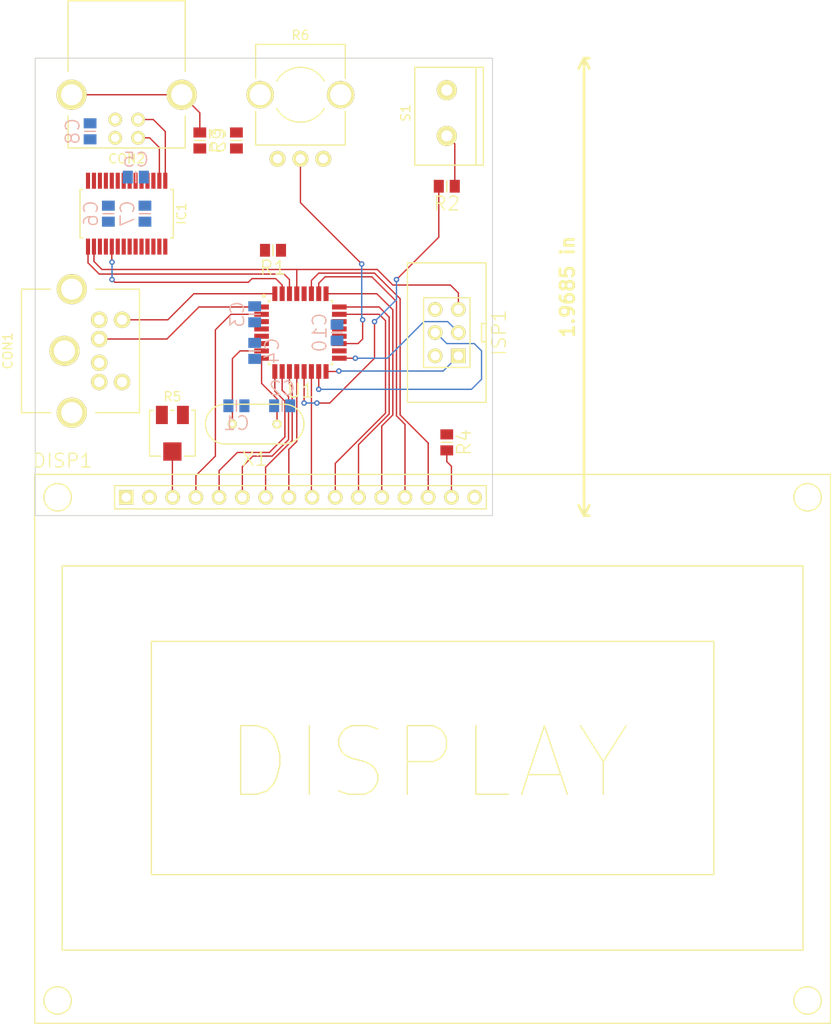
<source format=kicad_pcb>
(kicad_pcb (version 3) (host pcbnew "(2013-07-07 BZR 4022)-stable")

  (general
    (links 80)
    (no_connects 49)
    (area 89.949999 79.949999 140.050001 130.050001)
    (thickness 1.6)
    (drawings 5)
    (tracks 161)
    (zones 0)
    (modules 24)
    (nets 34)
  )

  (page A3)
  (layers
    (15 F.Cu signal)
    (0 B.Cu signal)
    (16 B.Adhes user)
    (17 F.Adhes user)
    (18 B.Paste user)
    (19 F.Paste user)
    (20 B.SilkS user)
    (21 F.SilkS user)
    (22 B.Mask user)
    (23 F.Mask user)
    (24 Dwgs.User user)
    (25 Cmts.User user)
    (26 Eco1.User user)
    (27 Eco2.User user)
    (28 Edge.Cuts user)
  )

  (setup
    (last_trace_width 0.15)
    (trace_clearance 0.15)
    (zone_clearance 0.508)
    (zone_45_only no)
    (trace_min 0.15)
    (segment_width 0.2)
    (edge_width 0.1)
    (via_size 0.6)
    (via_drill 0.3)
    (via_min_size 0.6)
    (via_min_drill 0.3)
    (uvia_size 2)
    (uvia_drill 1)
    (uvias_allowed no)
    (uvia_min_size 2)
    (uvia_min_drill 1)
    (pcb_text_width 0.3)
    (pcb_text_size 1.5 1.5)
    (mod_edge_width 0.15)
    (mod_text_size 1 1)
    (mod_text_width 0.15)
    (pad_size 2 2)
    (pad_drill 0)
    (pad_to_mask_clearance 0)
    (aux_axis_origin 0 0)
    (visible_elements 7FFFFF3F)
    (pcbplotparams
      (layerselection 3178497)
      (usegerberextensions true)
      (excludeedgelayer true)
      (linewidth 0.150000)
      (plotframeref false)
      (viasonmask false)
      (mode 1)
      (useauxorigin false)
      (hpglpennumber 1)
      (hpglpenspeed 20)
      (hpglpendiameter 15)
      (hpglpenoverlay 2)
      (psnegative false)
      (psa4output false)
      (plotreference true)
      (plotvalue true)
      (plotothertext true)
      (plotinvisibletext false)
      (padsonsilk false)
      (subtractmaskfromsilk false)
      (outputformat 1)
      (mirror false)
      (drillshape 1)
      (scaleselection 1)
      (outputdirectory ""))
  )

  (net 0 "")
  (net 1 +5V)
  (net 2 GND)
  (net 3 LCD_D0)
  (net 4 LCD_D1)
  (net 5 LCD_D2)
  (net 6 LCD_D3)
  (net 7 LCD_D4)
  (net 8 LCD_D5)
  (net 9 LCD_D6)
  (net 10 LCD_D7)
  (net 11 LCD_E)
  (net 12 LCD_RS)
  (net 13 LCD_RW)
  (net 14 MISO)
  (net 15 MOSI)
  (net 16 N-0000010)
  (net 17 N-0000011)
  (net 18 N-0000012)
  (net 19 N-0000014)
  (net 20 N-0000018)
  (net 21 N-0000020)
  (net 22 N-000003)
  (net 23 N-0000030)
  (net 24 N-0000031)
  (net 25 N-0000038)
  (net 26 N-0000039)
  (net 27 N-000004)
  (net 28 N-000005)
  (net 29 N-000006)
  (net 30 RESET)
  (net 31 SCK)
  (net 32 USB_RX)
  (net 33 USB_TX)

  (net_class Default "This is the default net class."
    (clearance 0.15)
    (trace_width 0.15)
    (via_dia 0.6)
    (via_drill 0.3)
    (uvia_dia 2)
    (uvia_drill 1)
    (add_net "")
    (add_net +5V)
    (add_net GND)
    (add_net LCD_D0)
    (add_net LCD_D1)
    (add_net LCD_D2)
    (add_net LCD_D3)
    (add_net LCD_D4)
    (add_net LCD_D5)
    (add_net LCD_D6)
    (add_net LCD_D7)
    (add_net LCD_E)
    (add_net LCD_RS)
    (add_net LCD_RW)
    (add_net MISO)
    (add_net MOSI)
    (add_net N-0000010)
    (add_net N-0000011)
    (add_net N-0000012)
    (add_net N-0000014)
    (add_net N-0000018)
    (add_net N-0000020)
    (add_net N-000003)
    (add_net N-0000030)
    (add_net N-0000031)
    (add_net N-0000038)
    (add_net N-0000039)
    (add_net N-000004)
    (add_net N-000005)
    (add_net N-000006)
    (add_net RESET)
    (add_net SCK)
    (add_net USB_RX)
    (add_net USB_TX)
  )

  (module 0805 (layer B.Cu) (tedit 52503923) (tstamp 52532414)
    (at 112 118 180)
    (path /524AF5BC)
    (fp_text reference C1 (at 0 -1.9 180) (layer B.SilkS)
      (effects (font (size 1.5 1.5) (thickness 0.15)) (justify mirror))
    )
    (fp_text value CAPACITOR (at 0.1 1.7 180) (layer B.SilkS) hide
      (effects (font (size 1.5 1.5) (thickness 0.15)) (justify mirror))
    )
    (fp_line (start 0 0.6) (end 0 -0.6) (layer B.SilkS) (width 0.15))
    (pad 1 smd rect (at -0.875 0 180) (size 1.1 1.4)
      (layers B.Cu B.Paste B.Mask)
      (net 2 GND)
    )
    (pad 2 smd rect (at 0.875 0 180) (size 1.1 1.4)
      (layers B.Cu B.Paste B.Mask)
      (net 25 N-0000038)
    )
  )

  (module 0805 (layer B.Cu) (tedit 52503923) (tstamp 5253241B)
    (at 117 118)
    (path /524AF5A4)
    (fp_text reference C2 (at 0 -1.9) (layer B.SilkS)
      (effects (font (size 1.5 1.5) (thickness 0.15)) (justify mirror))
    )
    (fp_text value CAPACITOR (at 0.1 1.7) (layer B.SilkS) hide
      (effects (font (size 1.5 1.5) (thickness 0.15)) (justify mirror))
    )
    (fp_line (start 0 0.6) (end 0 -0.6) (layer B.SilkS) (width 0.15))
    (pad 1 smd rect (at -0.875 0) (size 1.1 1.4)
      (layers B.Cu B.Paste B.Mask)
      (net 2 GND)
    )
    (pad 2 smd rect (at 0.875 0) (size 1.1 1.4)
      (layers B.Cu B.Paste B.Mask)
      (net 26 N-0000039)
    )
  )

  (module 0805 (layer B.Cu) (tedit 52503923) (tstamp 52532422)
    (at 114 108 90)
    (path /524AF79A)
    (fp_text reference C3 (at 0 -1.9 90) (layer B.SilkS)
      (effects (font (size 1.5 1.5) (thickness 0.15)) (justify mirror))
    )
    (fp_text value CAPACITOR (at 0.1 1.7 90) (layer B.SilkS) hide
      (effects (font (size 1.5 1.5) (thickness 0.15)) (justify mirror))
    )
    (fp_line (start 0 0.6) (end 0 -0.6) (layer B.SilkS) (width 0.15))
    (pad 1 smd rect (at -0.875 0 90) (size 1.1 1.4)
      (layers B.Cu B.Paste B.Mask)
      (net 1 +5V)
    )
    (pad 2 smd rect (at 0.875 0 90) (size 1.1 1.4)
      (layers B.Cu B.Paste B.Mask)
      (net 2 GND)
    )
  )

  (module 0805 (layer B.Cu) (tedit 52503923) (tstamp 52532429)
    (at 114 112 270)
    (path /524AF7F0)
    (fp_text reference C4 (at 0 -1.9 270) (layer B.SilkS)
      (effects (font (size 1.5 1.5) (thickness 0.15)) (justify mirror))
    )
    (fp_text value CAPACITOR (at 0.1 1.7 270) (layer B.SilkS) hide
      (effects (font (size 1.5 1.5) (thickness 0.15)) (justify mirror))
    )
    (fp_line (start 0 0.6) (end 0 -0.6) (layer B.SilkS) (width 0.15))
    (pad 1 smd rect (at -0.875 0 270) (size 1.1 1.4)
      (layers B.Cu B.Paste B.Mask)
      (net 1 +5V)
    )
    (pad 2 smd rect (at 0.875 0 270) (size 1.1 1.4)
      (layers B.Cu B.Paste B.Mask)
      (net 2 GND)
    )
  )

  (module 0805 (layer B.Cu) (tedit 52503923) (tstamp 52532430)
    (at 101 93)
    (path /524FF775)
    (fp_text reference C5 (at 0 -1.9) (layer B.SilkS)
      (effects (font (size 1.5 1.5) (thickness 0.15)) (justify mirror))
    )
    (fp_text value CAPACITOR (at 0.1 1.7) (layer B.SilkS) hide
      (effects (font (size 1.5 1.5) (thickness 0.15)) (justify mirror))
    )
    (fp_line (start 0 0.6) (end 0 -0.6) (layer B.SilkS) (width 0.15))
    (pad 1 smd rect (at -0.875 0) (size 1.1 1.4)
      (layers B.Cu B.Paste B.Mask)
      (net 2 GND)
    )
    (pad 2 smd rect (at 0.875 0) (size 1.1 1.4)
      (layers B.Cu B.Paste B.Mask)
      (net 22 N-000003)
    )
  )

  (module 0805 (layer B.Cu) (tedit 52503923) (tstamp 52532437)
    (at 98 97 90)
    (path /524FFCC2)
    (fp_text reference C6 (at 0 -1.9 90) (layer B.SilkS)
      (effects (font (size 1.5 1.5) (thickness 0.15)) (justify mirror))
    )
    (fp_text value CAPACITOR (at 0.1 1.7 90) (layer B.SilkS) hide
      (effects (font (size 1.5 1.5) (thickness 0.15)) (justify mirror))
    )
    (fp_line (start 0 0.6) (end 0 -0.6) (layer B.SilkS) (width 0.15))
    (pad 1 smd rect (at -0.875 0 90) (size 1.1 1.4)
      (layers B.Cu B.Paste B.Mask)
      (net 1 +5V)
    )
    (pad 2 smd rect (at 0.875 0 90) (size 1.1 1.4)
      (layers B.Cu B.Paste B.Mask)
      (net 2 GND)
    )
  )

  (module 0805 (layer B.Cu) (tedit 52503923) (tstamp 5253243E)
    (at 102 97 90)
    (path /524FFCF9)
    (fp_text reference C7 (at 0 -1.9 90) (layer B.SilkS)
      (effects (font (size 1.5 1.5) (thickness 0.15)) (justify mirror))
    )
    (fp_text value CAPACITOR (at 0.1 1.7 90) (layer B.SilkS) hide
      (effects (font (size 1.5 1.5) (thickness 0.15)) (justify mirror))
    )
    (fp_line (start 0 0.6) (end 0 -0.6) (layer B.SilkS) (width 0.15))
    (pad 1 smd rect (at -0.875 0 90) (size 1.1 1.4)
      (layers B.Cu B.Paste B.Mask)
      (net 1 +5V)
    )
    (pad 2 smd rect (at 0.875 0 90) (size 1.1 1.4)
      (layers B.Cu B.Paste B.Mask)
      (net 2 GND)
    )
  )

  (module 0805 (layer B.Cu) (tedit 52503923) (tstamp 52532445)
    (at 96 88 90)
    (path /52500268)
    (fp_text reference C8 (at 0 -1.9 90) (layer B.SilkS)
      (effects (font (size 1.5 1.5) (thickness 0.15)) (justify mirror))
    )
    (fp_text value CAPACITOR (at 0.1 1.7 90) (layer B.SilkS) hide
      (effects (font (size 1.5 1.5) (thickness 0.15)) (justify mirror))
    )
    (fp_line (start 0 0.6) (end 0 -0.6) (layer B.SilkS) (width 0.15))
    (pad 1 smd rect (at -0.875 0 90) (size 1.1 1.4)
      (layers B.Cu B.Paste B.Mask)
      (net 1 +5V)
    )
    (pad 2 smd rect (at 0.875 0 90) (size 1.1 1.4)
      (layers B.Cu B.Paste B.Mask)
      (net 2 GND)
    )
  )

  (module 0805 (layer F.Cu) (tedit 52503923) (tstamp 5253244C)
    (at 112 89 270)
    (path /52500491)
    (fp_text reference C9 (at 0 1.9 270) (layer F.SilkS)
      (effects (font (size 1.5 1.5) (thickness 0.15)))
    )
    (fp_text value CAPACITOR (at 0.1 -1.7 270) (layer F.SilkS) hide
      (effects (font (size 1.5 1.5) (thickness 0.15)))
    )
    (fp_line (start 0 -0.6) (end 0 0.6) (layer F.SilkS) (width 0.15))
    (pad 1 smd rect (at -0.875 0 270) (size 1.1 1.4)
      (layers F.Cu F.Paste F.Mask)
      (net 24 N-0000031)
    )
    (pad 2 smd rect (at 0.875 0 270) (size 1.1 1.4)
      (layers F.Cu F.Paste F.Mask)
      (net 2 GND)
    )
  )

  (module PS2_JACK (layer F.Cu) (tedit 52503119) (tstamp 5253245F)
    (at 94 112 90)
    (descr "Reichelt: EB-DIOS M06")
    (path /524AF2F8)
    (fp_text reference CON1 (at 0 -7 90) (layer F.SilkS)
      (effects (font (size 1 1) (thickness 0.15)))
    )
    (fp_text value PS/2_JACK (at -5 9 90) (layer F.SilkS) hide
      (effects (font (size 1 1) (thickness 0.15)))
    )
    (fp_line (start 6.75 7.4) (end 6.75 2.6) (layer F.SilkS) (width 0.15))
    (fp_line (start -6.75 7.4) (end -6.75 2.6) (layer F.SilkS) (width 0.15))
    (fp_line (start -6.75 7.4) (end 6.75 7.4) (layer F.SilkS) (width 0.15))
    (fp_line (start 6.75 -5.5) (end 6.75 -2.3) (layer F.SilkS) (width 0.15))
    (fp_line (start -6.75 -5.5) (end -6.75 -2.3) (layer F.SilkS) (width 0.15))
    (fp_line (start -6.75 -5.5) (end 6.75 -5.5) (layer F.SilkS) (width 0.15))
    (pad 7 thru_hole circle (at -6.75 0 90) (size 3.3 3.3) (drill 2.3)
      (layers *.Cu *.Mask F.SilkS)
    )
    (pad 7 thru_hole circle (at 6.75 0 90) (size 3.3 3.3) (drill 2.3)
      (layers *.Cu *.Mask F.SilkS)
    )
    (pad 7 thru_hole circle (at 0 -0.8 90) (size 3.3 3.3) (drill 2.3)
      (layers *.Cu *.Mask F.SilkS)
    )
    (pad 1 thru_hole circle (at 1.3 3 90) (size 1.8 1.8) (drill 1.1)
      (layers *.Cu *.Mask F.SilkS)
      (net 18 N-0000012)
    )
    (pad 2 thru_hole circle (at -1.3 3 90) (size 1.8 1.8) (drill 1.1)
      (layers *.Cu *.Mask F.SilkS)
    )
    (pad 3 thru_hole circle (at 3.4 3 90) (size 1.8 1.8) (drill 1.1)
      (layers *.Cu *.Mask F.SilkS)
      (net 2 GND)
    )
    (pad 4 thru_hole circle (at -3.4 3 90) (size 1.8 1.8) (drill 1.1)
      (layers *.Cu *.Mask F.SilkS)
      (net 1 +5V)
    )
    (pad 5 thru_hole circle (at 3.4 5.5 90) (size 1.8 1.8) (drill 1.1)
      (layers *.Cu *.Mask F.SilkS)
      (net 16 N-0000010)
    )
    (pad 6 thru_hole circle (at -3.4 5.5 90) (size 1.8 1.8) (drill 1.1)
      (layers *.Cu *.Mask F.SilkS)
    )
  )

  (module USB_B (layer F.Cu) (tedit 5250322D) (tstamp 5253246F)
    (at 100 84 180)
    (descr "Reichelt: USB BW")
    (path /52500091)
    (fp_text reference CON2 (at 0 -7 180) (layer F.SilkS)
      (effects (font (size 1 1) (thickness 0.15)))
    )
    (fp_text value USB_JACK (at 0 12 180) (layer F.SilkS) hide
      (effects (font (size 1 1) (thickness 0.15)))
    )
    (fp_line (start -6.4 -2.328) (end -6.4 -5.82) (layer F.SilkS) (width 0.15))
    (fp_line (start -6.4 -5.82) (end 6.4 -5.82) (layer F.SilkS) (width 0.15))
    (fp_line (start 6.4 -5.82) (end 6.4 -2.328) (layer F.SilkS) (width 0.15))
    (fp_line (start 6.4 2.57) (end 6.4 10.28) (layer F.SilkS) (width 0.15))
    (fp_line (start -6.4 10.28) (end -6.4 2.57) (layer F.SilkS) (width 0.15))
    (fp_line (start -6.4 10.28) (end 6.4 10.28) (layer F.SilkS) (width 0.15))
    (pad 5 thru_hole circle (at -6.02 0 180) (size 3.3 3.3) (drill 2.3)
      (layers *.Cu *.Mask F.SilkS)
      (net 24 N-0000031)
    )
    (pad 5 thru_hole circle (at 6.02 0 180) (size 3.3 3.3) (drill 2.3)
      (layers *.Cu *.Mask F.SilkS)
      (net 24 N-0000031)
    )
    (pad 3 thru_hole circle (at -1.25 -2.71 180) (size 1.5 1.5) (drill 0.92)
      (layers *.Cu *.Mask F.SilkS)
      (net 28 N-000005)
    )
    (pad 4 thru_hole circle (at 1.25 -2.71 180) (size 1.5 1.5) (drill 0.92)
      (layers *.Cu *.Mask F.SilkS)
      (net 2 GND)
    )
    (pad 2 thru_hole circle (at -1.25 -4.71 180) (size 1.5 1.5) (drill 0.92)
      (layers *.Cu *.Mask F.SilkS)
      (net 27 N-000004)
    )
    (pad 1 thru_hole circle (at 1.25 -4.71 180) (size 1.5 1.5) (drill 0.92)
      (layers *.Cu *.Mask F.SilkS)
      (net 1 +5V)
    )
  )

  (module LCD_TEXT_16x4 (layer F.Cu) (tedit 5252EE53) (tstamp 5253249A)
    (at 119 128)
    (path /52500CC1)
    (fp_text reference DISP1 (at -26 -4) (layer F.SilkS)
      (effects (font (size 1.5 1.5) (thickness 0.15)))
    )
    (fp_text value 16_2_LCD_DISP (at 55 -4) (layer F.SilkS) hide
      (effects (font (size 1.5 1.5) (thickness 0.15)))
    )
    (fp_text user DISPLAY (at 14 29) (layer F.SilkS)
      (effects (font (size 7.5 7.5) (thickness 0.15)))
    )
    (fp_line (start -16.3 15.75) (end -16.3 41.25) (layer F.SilkS) (width 0.15))
    (fp_line (start -16.3 41.25) (end 45.2 41.25) (layer F.SilkS) (width 0.15))
    (fp_line (start 45.2 41.25) (end 45.2 15.75) (layer F.SilkS) (width 0.15))
    (fp_line (start 45.2 15.75) (end -16.3 15.75) (layer F.SilkS) (width 0.15))
    (fp_line (start -26.05 7.5) (end -26.05 49.5) (layer F.SilkS) (width 0.15))
    (fp_line (start -26.05 49.5) (end 54.95 49.5) (layer F.SilkS) (width 0.15))
    (fp_line (start 54.95 49.5) (end 54.95 7.5) (layer F.SilkS) (width 0.15))
    (fp_line (start 54.95 7.5) (end -26.05 7.5) (layer F.SilkS) (width 0.15))
    (fp_circle (center -26.55 55) (end -26.55 56.5) (layer F.SilkS) (width 0.15))
    (fp_circle (center 55.45 55) (end 56.95 55) (layer F.SilkS) (width 0.15))
    (fp_circle (center 55.45 0) (end 56.95 0) (layer F.SilkS) (width 0.15))
    (fp_circle (center -26.55 0) (end -25.05 -0.05) (layer F.SilkS) (width 0.15))
    (fp_line (start -29.05 -2.5) (end -29.05 57.5) (layer F.SilkS) (width 0.15))
    (fp_line (start -29.05 57.5) (end 57.95 57.5) (layer F.SilkS) (width 0.15))
    (fp_line (start 57.95 57.5) (end 57.95 -2.5) (layer F.SilkS) (width 0.15))
    (fp_line (start -29.05 -2.5) (end 57.95 -2.5) (layer F.SilkS) (width 0.15))
    (fp_line (start 20.32 1.27) (end 17.78 1.27) (layer F.SilkS) (width 0.15))
    (fp_line (start 17.78 -1.27) (end 20.32 -1.27) (layer F.SilkS) (width 0.15))
    (fp_line (start 17.78 1.27) (end -20.32 1.27) (layer F.SilkS) (width 0.15))
    (fp_line (start -20.32 -1.27) (end 17.78 -1.27) (layer F.SilkS) (width 0.15))
    (fp_line (start 20.32 -1.27) (end 20.32 1.27) (layer F.SilkS) (width 0.15))
    (fp_line (start -20.32 1.27) (end -20.32 -1.27) (layer F.SilkS) (width 0.15))
    (pad 1 thru_hole rect (at -19.05 0) (size 1.6 1.6) (drill 1)
      (layers *.Cu *.Mask F.SilkS)
      (net 2 GND)
    )
    (pad 3 thru_hole circle (at -13.97 0) (size 1.6 1.6) (drill 1)
      (layers *.Cu *.Mask F.SilkS)
      (net 19 N-0000014)
    )
    (pad 2 thru_hole circle (at -16.51 0) (size 1.6 1.6) (drill 1)
      (layers *.Cu *.Mask F.SilkS)
      (net 1 +5V)
    )
    (pad 4 thru_hole circle (at -11.43 0) (size 1.6 1.6) (drill 1)
      (layers *.Cu *.Mask F.SilkS)
      (net 12 LCD_RS)
    )
    (pad 5 thru_hole circle (at -8.89 0) (size 1.6 1.6) (drill 1)
      (layers *.Cu *.Mask F.SilkS)
      (net 13 LCD_RW)
    )
    (pad 6 thru_hole circle (at -6.35 0) (size 1.6 1.6) (drill 1)
      (layers *.Cu *.Mask F.SilkS)
      (net 11 LCD_E)
    )
    (pad 7 thru_hole circle (at -3.81 0) (size 1.6 1.6) (drill 1)
      (layers *.Cu *.Mask F.SilkS)
      (net 3 LCD_D0)
    )
    (pad 8 thru_hole circle (at -1.27 0) (size 1.6 1.6) (drill 1)
      (layers *.Cu *.Mask F.SilkS)
      (net 4 LCD_D1)
    )
    (pad 9 thru_hole circle (at 1.27 0) (size 1.6 1.6) (drill 1)
      (layers *.Cu *.Mask F.SilkS)
      (net 5 LCD_D2)
    )
    (pad 10 thru_hole circle (at 3.81 0) (size 1.6 1.6) (drill 1)
      (layers *.Cu *.Mask F.SilkS)
      (net 6 LCD_D3)
    )
    (pad 11 thru_hole circle (at 6.35 0) (size 1.6 1.6) (drill 1)
      (layers *.Cu *.Mask F.SilkS)
      (net 7 LCD_D4)
    )
    (pad 12 thru_hole circle (at 8.89 0) (size 1.6 1.6) (drill 1)
      (layers *.Cu *.Mask F.SilkS)
      (net 8 LCD_D5)
    )
    (pad 13 thru_hole circle (at 11.43 0) (size 1.6 1.6) (drill 1)
      (layers *.Cu *.Mask F.SilkS)
      (net 9 LCD_D6)
    )
    (pad 14 thru_hole circle (at 13.97 0) (size 1.6 1.6) (drill 1)
      (layers *.Cu *.Mask F.SilkS)
      (net 10 LCD_D7)
    )
    (pad 15 thru_hole circle (at 16.51 0) (size 1.6 1.6) (drill 1)
      (layers *.Cu *.Mask F.SilkS)
      (net 23 N-0000030)
    )
    (pad 16 thru_hole circle (at 19.05 0) (size 1.6 1.6) (drill 1)
      (layers *.Cu *.Mask F.SilkS)
      (net 2 GND)
    )
  )

  (module SSOP-28 (layer F.Cu) (tedit 525013A8) (tstamp 525324C0)
    (at 100 97 90)
    (path /524FF513)
    (fp_text reference IC1 (at 0 6 90) (layer F.SilkS)
      (effects (font (size 1 1) (thickness 0.15)))
    )
    (fp_text value FT232RL (at 0 -5.7 90) (layer F.SilkS) hide
      (effects (font (size 1 1) (thickness 0.15)))
    )
    (fp_line (start 2.65 5.1) (end 2.65 4.8) (layer F.SilkS) (width 0.15))
    (fp_line (start -2.65 5.1) (end -2.65 4.8) (layer F.SilkS) (width 0.15))
    (fp_line (start 2.65 -5.1) (end 2.65 -4.8) (layer F.SilkS) (width 0.15))
    (fp_line (start -2.65 -5.1) (end -2.65 -4.8) (layer F.SilkS) (width 0.15))
    (fp_line (start -2.65 5.1) (end 2.65 5.1) (layer F.SilkS) (width 0.15))
    (fp_line (start -2.65 -5.1) (end 2.65 -5.1) (layer F.SilkS) (width 0.15))
    (pad 7 smd rect (at -3.6 -0.325 90) (size 1.75 0.45)
      (layers F.Cu F.Paste F.Mask)
      (net 2 GND)
    )
    (pad 8 smd rect (at -3.6 0.325 90) (size 1.75 0.45)
      (layers F.Cu F.Paste F.Mask)
    )
    (pad 9 smd rect (at -3.6 0.975 90) (size 1.75 0.45)
      (layers F.Cu F.Paste F.Mask)
    )
    (pad 10 smd rect (at -3.6 1.625 90) (size 1.75 0.45)
      (layers F.Cu F.Paste F.Mask)
    )
    (pad 11 smd rect (at -3.6 2.275 90) (size 1.75 0.45)
      (layers F.Cu F.Paste F.Mask)
    )
    (pad 12 smd rect (at -3.6 2.925 90) (size 1.75 0.45)
      (layers F.Cu F.Paste F.Mask)
    )
    (pad 13 smd rect (at -3.6 3.575 90) (size 1.75 0.45)
      (layers F.Cu F.Paste F.Mask)
    )
    (pad 14 smd rect (at -3.6 4.225 90) (size 1.75 0.45)
      (layers F.Cu F.Paste F.Mask)
    )
    (pad 6 smd rect (at -3.6 -0.975 90) (size 1.75 0.45)
      (layers F.Cu F.Paste F.Mask)
    )
    (pad 5 smd rect (at -3.6 -1.625 90) (size 1.75 0.45)
      (layers F.Cu F.Paste F.Mask)
      (net 32 USB_RX)
    )
    (pad 4 smd rect (at -3.6 -2.275 90) (size 1.75 0.45)
      (layers F.Cu F.Paste F.Mask)
      (net 1 +5V)
    )
    (pad 3 smd rect (at -3.6 -2.925 90) (size 1.75 0.45)
      (layers F.Cu F.Paste F.Mask)
    )
    (pad 2 smd rect (at -3.6 -3.575 90) (size 1.75 0.45)
      (layers F.Cu F.Paste F.Mask)
      (net 30 RESET)
    )
    (pad 1 smd rect (at -3.6 -4.225 90) (size 1.75 0.45)
      (layers F.Cu F.Paste F.Mask)
      (net 33 USB_TX)
    )
    (pad 15 smd rect (at 3.6 4.225 90) (size 1.75 0.45)
      (layers F.Cu F.Paste F.Mask)
      (net 28 N-000005)
    )
    (pad 16 smd rect (at 3.6 3.575 90) (size 1.75 0.45)
      (layers F.Cu F.Paste F.Mask)
      (net 27 N-000004)
    )
    (pad 17 smd rect (at 3.6 2.925 90) (size 1.75 0.45)
      (layers F.Cu F.Paste F.Mask)
      (net 22 N-000003)
    )
    (pad 18 smd rect (at 3.6 2.275 90) (size 1.75 0.45)
      (layers F.Cu F.Paste F.Mask)
      (net 2 GND)
    )
    (pad 19 smd rect (at 3.6 1.625 90) (size 1.75 0.45)
      (layers F.Cu F.Paste F.Mask)
    )
    (pad 20 smd rect (at 3.6 0.975 90) (size 1.75 0.45)
      (layers F.Cu F.Paste F.Mask)
      (net 1 +5V)
    )
    (pad 21 smd rect (at 3.6 0.325 90) (size 1.75 0.45)
      (layers F.Cu F.Paste F.Mask)
      (net 2 GND)
    )
    (pad 22 smd rect (at 3.6 -0.325 90) (size 1.75 0.45)
      (layers F.Cu F.Paste F.Mask)
    )
    (pad 23 smd rect (at 3.6 -0.975 90) (size 1.75 0.45)
      (layers F.Cu F.Paste F.Mask)
    )
    (pad 24 smd rect (at 3.6 -1.625 90) (size 1.75 0.45)
      (layers F.Cu F.Paste F.Mask)
    )
    (pad 25 smd rect (at 3.6 -2.275 90) (size 1.75 0.45)
      (layers F.Cu F.Paste F.Mask)
      (net 2 GND)
    )
    (pad 26 smd rect (at 3.6 -2.925 90) (size 1.75 0.45)
      (layers F.Cu F.Paste F.Mask)
      (net 2 GND)
    )
    (pad 27 smd rect (at 3.6 -3.575 90) (size 1.75 0.45)
      (layers F.Cu F.Paste F.Mask)
    )
    (pad 28 smd rect (at 3.6 -4.225 90) (size 1.75 0.45)
      (layers F.Cu F.Paste F.Mask)
    )
  )

  (module PinArray_2.54mm_3x2_BOX (layer F.Cu) (tedit 522BB38B) (tstamp 525324D5)
    (at 135 110 90)
    (path /524AF962)
    (fp_text reference ISP1 (at 0 5.715 90) (layer F.SilkS)
      (effects (font (size 1.5 1.5) (thickness 0.15)))
    )
    (fp_text value AVR_ISP_6 (at 0 -5.715 90) (layer F.SilkS) hide
      (effects (font (size 1.5 1.5) (thickness 0.15)))
    )
    (fp_line (start -1 4.3) (end -1 3.8) (layer F.SilkS) (width 0.15))
    (fp_line (start -1 3.8) (end 1 3.8) (layer F.SilkS) (width 0.15))
    (fp_line (start 1 3.8) (end 1 4.3) (layer F.SilkS) (width 0.15))
    (fp_line (start -7.62 4.3) (end -7.62 -4.3) (layer F.SilkS) (width 0.15))
    (fp_line (start -7.62 -4.3) (end 7.62 -4.3) (layer F.SilkS) (width 0.15))
    (fp_line (start 7.62 -4.3) (end 7.62 4.3) (layer F.SilkS) (width 0.15))
    (fp_line (start 7.62 4.3) (end -7.62 4.3) (layer F.SilkS) (width 0.15))
    (fp_line (start 3.81 2.54) (end -3.81 2.54) (layer F.SilkS) (width 0.15))
    (fp_line (start -3.81 -2.54) (end 3.81 -2.54) (layer F.SilkS) (width 0.15))
    (fp_line (start 3.81 -2.54) (end 3.81 2.54) (layer F.SilkS) (width 0.15))
    (fp_line (start -3.81 -2.54) (end -3.81 2.54) (layer F.SilkS) (width 0.15))
    (pad 1 thru_hole rect (at -2.54 1.27 90) (size 1.6 1.6) (drill 1)
      (layers *.Cu *.Mask F.SilkS)
      (net 14 MISO)
    )
    (pad 2 thru_hole circle (at -2.54 -1.27 90) (size 1.6 1.6) (drill 1)
      (layers *.Cu *.Mask F.SilkS)
      (net 1 +5V)
    )
    (pad 3 thru_hole circle (at 0 1.27 90) (size 1.6 1.6) (drill 1)
      (layers *.Cu *.Mask F.SilkS)
      (net 31 SCK)
    )
    (pad 4 thru_hole circle (at 0 -1.27 90) (size 1.6 1.6) (drill 1)
      (layers *.Cu *.Mask F.SilkS)
      (net 15 MOSI)
    )
    (pad 5 thru_hole circle (at 2.54 1.27 90) (size 1.6 1.6) (drill 1)
      (layers *.Cu *.Mask F.SilkS)
      (net 30 RESET)
    )
    (pad 6 thru_hole circle (at 2.54 -1.27 90) (size 1.6 1.6) (drill 1)
      (layers *.Cu *.Mask F.SilkS)
      (net 2 GND)
    )
  )

  (module 0805 (layer F.Cu) (tedit 52503923) (tstamp 525324DC)
    (at 116 101)
    (path /524AF4B8)
    (fp_text reference R1 (at 0 1.9) (layer F.SilkS)
      (effects (font (size 1.5 1.5) (thickness 0.15)))
    )
    (fp_text value RESISTOR (at 0.1 -1.7) (layer F.SilkS) hide
      (effects (font (size 1.5 1.5) (thickness 0.15)))
    )
    (fp_line (start 0 -0.6) (end 0 0.6) (layer F.SilkS) (width 0.15))
    (pad 1 smd rect (at -0.875 0) (size 1.1 1.4)
      (layers F.Cu F.Paste F.Mask)
      (net 1 +5V)
    )
    (pad 2 smd rect (at 0.875 0) (size 1.1 1.4)
      (layers F.Cu F.Paste F.Mask)
      (net 30 RESET)
    )
  )

  (module 0805 (layer F.Cu) (tedit 52503923) (tstamp 525324E3)
    (at 135 94)
    (path /524D51DA)
    (fp_text reference R2 (at 0 1.9) (layer F.SilkS)
      (effects (font (size 1.5 1.5) (thickness 0.15)))
    )
    (fp_text value RESISTOR (at 0.1 -1.7) (layer F.SilkS) hide
      (effects (font (size 1.5 1.5) (thickness 0.15)))
    )
    (fp_line (start 0 -0.6) (end 0 0.6) (layer F.SilkS) (width 0.15))
    (pad 1 smd rect (at -0.875 0) (size 1.1 1.4)
      (layers F.Cu F.Paste F.Mask)
      (net 29 N-000006)
    )
    (pad 2 smd rect (at 0.875 0) (size 1.1 1.4)
      (layers F.Cu F.Paste F.Mask)
      (net 17 N-0000011)
    )
  )

  (module 0805 (layer F.Cu) (tedit 52503923) (tstamp 5257F161)
    (at 108 89 90)
    (path /525004AA)
    (fp_text reference R3 (at 0 1.9 90) (layer F.SilkS)
      (effects (font (size 1.5 1.5) (thickness 0.15)))
    )
    (fp_text value RESISTOR (at 0.1 -1.7 90) (layer F.SilkS) hide
      (effects (font (size 1.5 1.5) (thickness 0.15)))
    )
    (fp_line (start 0 -0.6) (end 0 0.6) (layer F.SilkS) (width 0.15))
    (pad 1 smd rect (at -0.875 0 90) (size 1.1 1.4)
      (layers F.Cu F.Paste F.Mask)
      (net 2 GND)
    )
    (pad 2 smd rect (at 0.875 0 90) (size 1.1 1.4)
      (layers F.Cu F.Paste F.Mask)
      (net 24 N-0000031)
    )
  )

  (module 0805 (layer F.Cu) (tedit 52503923) (tstamp 525324F1)
    (at 135 122 90)
    (path /52500D69)
    (fp_text reference R4 (at 0 1.9 90) (layer F.SilkS)
      (effects (font (size 1.5 1.5) (thickness 0.15)))
    )
    (fp_text value RESISTOR (at 0.1 -1.7 90) (layer F.SilkS) hide
      (effects (font (size 1.5 1.5) (thickness 0.15)))
    )
    (fp_line (start 0 -0.6) (end 0 0.6) (layer F.SilkS) (width 0.15))
    (pad 1 smd rect (at -0.875 0 90) (size 1.1 1.4)
      (layers F.Cu F.Paste F.Mask)
      (net 23 N-0000030)
    )
    (pad 2 smd rect (at 0.875 0 90) (size 1.1 1.4)
      (layers F.Cu F.Paste F.Mask)
      (net 1 +5V)
    )
  )

  (module TRIMMING_POT_SMD (layer F.Cu) (tedit 525322A5) (tstamp 525324FF)
    (at 105 121 180)
    (descr "Reichelt: TS53YJ103")
    (path /5257F7B4)
    (fp_text reference R5 (at 0 4 180) (layer F.SilkS)
      (effects (font (size 1 1) (thickness 0.15)))
    )
    (fp_text value RESISTOR_VAR (at 0 -4 180) (layer F.SilkS) hide
      (effects (font (size 1 1) (thickness 0.15)))
    )
    (fp_line (start -0.2 2.5) (end 0.2 2.5) (layer F.SilkS) (width 0.15))
    (fp_line (start -1.3 -2.5) (end -2.5 -2.5) (layer F.SilkS) (width 0.15))
    (fp_line (start -2.5 -2.5) (end -2.5 2.5) (layer F.SilkS) (width 0.15))
    (fp_line (start -2.5 2.5) (end -2.1 2.5) (layer F.SilkS) (width 0.15))
    (fp_line (start 2.5 -2.5) (end 1.3 -2.5) (layer F.SilkS) (width 0.15))
    (fp_line (start 2.5 -2.5) (end 2.5 2.5) (layer F.SilkS) (width 0.15))
    (fp_line (start 2.5 2.5) (end 2.1 2.5) (layer F.SilkS) (width 0.15))
    (pad 1 smd rect (at 1.15 2 180) (size 1.3 2)
      (layers F.Cu F.Paste F.Mask)
      (net 2 GND)
    )
    (pad 3 smd rect (at -1.15 2 180) (size 1.3 2)
      (layers F.Cu F.Paste F.Mask)
      (net 1 +5V)
    )
    (pad 2 smd rect (at 0 -2 180) (size 2 2)
      (layers F.Cu F.Paste F.Mask)
      (net 19 N-0000014)
    )
  )

  (module SCREW_TERM-2 (layer F.Cu) (tedit 52503687) (tstamp 5253251B)
    (at 135 86 90)
    (path /524D4FEA)
    (fp_text reference S1 (at 0 -4.5 90) (layer F.SilkS)
      (effects (font (size 1 1) (thickness 0.15)))
    )
    (fp_text value SPEAKER (at 0 5 90) (layer F.SilkS) hide
      (effects (font (size 1 1) (thickness 0.15)))
    )
    (fp_line (start -5.7 3.2) (end 5 3.2) (layer F.SilkS) (width 0.15))
    (fp_line (start 5 -3.5) (end -5.7 -3.5) (layer F.SilkS) (width 0.15))
    (fp_line (start -5.7 -3.5) (end -5.7 4) (layer F.SilkS) (width 0.15))
    (fp_line (start -5.7 4) (end 5 4) (layer F.SilkS) (width 0.15))
    (fp_line (start 5 4) (end 5 -3.5) (layer F.SilkS) (width 0.15))
    (pad 1 thru_hole circle (at -2.5 0 90) (size 2.2 2.2) (drill 1.2)
      (layers *.Cu *.Mask F.SilkS)
      (net 17 N-0000011)
    )
    (pad 2 thru_hole circle (at 2.5 0 90) (size 2.2 2.2) (drill 1.2)
      (layers *.Cu *.Mask F.SilkS)
      (net 2 GND)
    )
  )

  (module TQFP-32 (layer F.Cu) (tedit 5250399A) (tstamp 52532548)
    (at 119 110)
    (path /524D729E)
    (fp_text reference U1 (at 0 6.35) (layer F.SilkS)
      (effects (font (size 1.5 1.5) (thickness 0.15)))
    )
    (fp_text value ATMEGA328 (at 0 -6.35) (layer F.SilkS) hide
      (effects (font (size 1.5 1.5) (thickness 0.15)))
    )
    (fp_circle (center -4 -4) (end -3.95 -3.95) (layer F.SilkS) (width 0.15))
    (fp_line (start 3.5 -3.3) (end 3.5 -3.5) (layer F.SilkS) (width 0.15))
    (fp_line (start 3.5 -3.5) (end 3.3 -3.5) (layer F.SilkS) (width 0.15))
    (fp_line (start 3.3 3.5) (end 3.5 3.5) (layer F.SilkS) (width 0.15))
    (fp_line (start 3.5 3.5) (end 3.5 3.3) (layer F.SilkS) (width 0.15))
    (fp_line (start -3.5 3.3) (end -3.5 3.5) (layer F.SilkS) (width 0.15))
    (fp_line (start -3.5 3.5) (end -3.3 3.5) (layer F.SilkS) (width 0.15))
    (fp_line (start -3.3 -3.5) (end -3.5 -3.5) (layer F.SilkS) (width 0.15))
    (fp_line (start -3.5 -3.5) (end -3.5 -3.3) (layer F.SilkS) (width 0.15))
    (pad 1 smd rect (at -4.25 -2.8) (size 1.6 0.55)
      (layers F.Cu F.Paste F.Mask)
      (net 18 N-0000012)
    )
    (pad 2 smd rect (at -4.25 -2) (size 1.6 0.55)
      (layers F.Cu F.Paste F.Mask)
      (net 12 LCD_RS)
    )
    (pad 3 smd rect (at -4.25 -1.2) (size 1.6 0.55)
      (layers F.Cu F.Paste F.Mask)
      (net 2 GND)
    )
    (pad 4 smd rect (at -4.25 -0.4) (size 1.6 0.55)
      (layers F.Cu F.Paste F.Mask)
      (net 1 +5V)
    )
    (pad 5 smd rect (at -4.25 0.4) (size 1.6 0.55)
      (layers F.Cu F.Paste F.Mask)
      (net 2 GND)
    )
    (pad 6 smd rect (at -4.25 1.2) (size 1.6 0.55)
      (layers F.Cu F.Paste F.Mask)
      (net 1 +5V)
    )
    (pad 7 smd rect (at -4.25 2) (size 1.6 0.55)
      (layers F.Cu F.Paste F.Mask)
      (net 25 N-0000038)
    )
    (pad 8 smd rect (at -4.25 2.8) (size 1.6 0.55)
      (layers F.Cu F.Paste F.Mask)
      (net 26 N-0000039)
    )
    (pad 9 smd rect (at -2.8 4.25 90) (size 1.6 0.55)
      (layers F.Cu F.Paste F.Mask)
      (net 13 LCD_RW)
    )
    (pad 10 smd rect (at -2 4.25 90) (size 1.6 0.55)
      (layers F.Cu F.Paste F.Mask)
      (net 11 LCD_E)
    )
    (pad 11 smd rect (at -1.2 4.25 90) (size 1.6 0.55)
      (layers F.Cu F.Paste F.Mask)
      (net 3 LCD_D0)
    )
    (pad 12 smd rect (at -0.4 4.25 90) (size 1.6 0.55)
      (layers F.Cu F.Paste F.Mask)
      (net 4 LCD_D1)
    )
    (pad 13 smd rect (at 0.4 4.25 90) (size 1.6 0.55)
      (layers F.Cu F.Paste F.Mask)
      (net 29 N-000006)
    )
    (pad 14 smd rect (at 1.2 4.25 90) (size 1.6 0.55)
      (layers F.Cu F.Paste F.Mask)
      (net 5 LCD_D2)
    )
    (pad 15 smd rect (at 2 4.25 90) (size 1.6 0.55)
      (layers F.Cu F.Paste F.Mask)
      (net 15 MOSI)
    )
    (pad 16 smd rect (at 2.8 4.25 90) (size 1.6 0.55)
      (layers F.Cu F.Paste F.Mask)
      (net 14 MISO)
    )
    (pad 17 smd rect (at 4.25 2.8) (size 1.6 0.55)
      (layers F.Cu F.Paste F.Mask)
      (net 31 SCK)
    )
    (pad 18 smd rect (at 4.25 2) (size 1.6 0.55)
      (layers F.Cu F.Paste F.Mask)
      (net 1 +5V)
    )
    (pad 19 smd rect (at 4.25 1.2) (size 1.6 0.55)
      (layers F.Cu F.Paste F.Mask)
      (net 20 N-0000018)
    )
    (pad 20 smd rect (at 4.25 0.4) (size 1.6 0.55)
      (layers F.Cu F.Paste F.Mask)
      (net 21 N-0000020)
    )
    (pad 21 smd rect (at 4.25 -0.4) (size 1.6 0.55)
      (layers F.Cu F.Paste F.Mask)
      (net 2 GND)
    )
    (pad 22 smd rect (at 4.25 -1.2) (size 1.6 0.55)
      (layers F.Cu F.Paste F.Mask)
    )
    (pad 23 smd rect (at 4.25 -2) (size 1.6 0.55)
      (layers F.Cu F.Paste F.Mask)
      (net 6 LCD_D3)
    )
    (pad 24 smd rect (at 4.25 -2.8) (size 1.6 0.55)
      (layers F.Cu F.Paste F.Mask)
      (net 7 LCD_D4)
    )
    (pad 25 smd rect (at 2.8 -4.25 90) (size 1.6 0.55)
      (layers F.Cu F.Paste F.Mask)
      (net 8 LCD_D5)
    )
    (pad 26 smd rect (at 2 -4.25 90) (size 1.6 0.55)
      (layers F.Cu F.Paste F.Mask)
      (net 9 LCD_D6)
    )
    (pad 27 smd rect (at 1.2 -4.25 90) (size 1.6 0.55)
      (layers F.Cu F.Paste F.Mask)
      (net 10 LCD_D7)
    )
    (pad 28 smd rect (at 0.4 -4.25 90) (size 1.6 0.55)
      (layers F.Cu F.Paste F.Mask)
    )
    (pad 29 smd rect (at -0.4 -4.25 90) (size 1.6 0.55)
      (layers F.Cu F.Paste F.Mask)
      (net 30 RESET)
    )
    (pad 30 smd rect (at -1.2 -4.25 90) (size 1.6 0.55)
      (layers F.Cu F.Paste F.Mask)
      (net 33 USB_TX)
    )
    (pad 31 smd rect (at -2 -4.25 90) (size 1.6 0.55)
      (layers F.Cu F.Paste F.Mask)
      (net 32 USB_RX)
    )
    (pad 32 smd rect (at -2.8 -4.25 90) (size 1.6 0.55)
      (layers F.Cu F.Paste F.Mask)
      (net 16 N-0000010)
    )
  )

  (module HC49 (layer F.Cu) (tedit 5250395D) (tstamp 52532554)
    (at 114 120)
    (path /524AF543)
    (fp_text reference X1 (at 0 3.81) (layer F.SilkS)
      (effects (font (size 1.5 1.5) (thickness 0.15)))
    )
    (fp_text value CRYSTAL (at 0 -3.81) (layer F.SilkS) hide
      (effects (font (size 1.5 1.5) (thickness 0.15)))
    )
    (fp_arc (start -3.22 0) (end -5.39 0) (angle 90) (layer F.SilkS) (width 0.15))
    (fp_arc (start 3.21 0) (end 5.38 0) (angle 90) (layer F.SilkS) (width 0.15))
    (fp_arc (start 3.215 0) (end 3.215 -2.17) (angle 90) (layer F.SilkS) (width 0.15))
    (fp_arc (start -3.215 0) (end -3.215 2.17) (angle 90) (layer F.SilkS) (width 0.15))
    (fp_line (start -3.215 2.17) (end 3.215 2.17) (layer F.SilkS) (width 0.15))
    (fp_line (start -3.215 -2.17) (end 3.215 -2.17) (layer F.SilkS) (width 0.15))
    (pad 1 thru_hole circle (at -2.44 0) (size 1 1) (drill 0.55)
      (layers *.Cu *.Mask F.SilkS)
      (net 25 N-0000038)
    )
    (pad 2 thru_hole circle (at 2.44 0) (size 1 1) (drill 0.55)
      (layers *.Cu *.Mask F.SilkS)
      (net 26 N-0000039)
    )
  )

  (module POT_VERT_6mm_MONO (layer F.Cu) (tedit 525314A0) (tstamp 5257F3D7)
    (at 119 84)
    (descr "Reichelt: RK09K113-LIN10K")
    (path /5257F803)
    (fp_text reference R6 (at 0 -6.5) (layer F.SilkS)
      (effects (font (size 1 1) (thickness 0.15)))
    )
    (fp_text value RESISTOR_VAR (at -6 -3.5 90) (layer F.SilkS) hide
      (effects (font (size 1 1) (thickness 0.15)))
    )
    (fp_line (start 4.9 5.5) (end 4.9 1.8) (layer F.SilkS) (width 0.15))
    (fp_line (start -4.9 5.5) (end -4.9 1.8) (layer F.SilkS) (width 0.15))
    (fp_line (start -4.9 -5.5) (end -4.9 -1.8) (layer F.SilkS) (width 0.15))
    (fp_line (start 4.9 -5.5) (end 4.9 -1.8) (layer F.SilkS) (width 0.15))
    (fp_arc (start 0 0) (end 2.59808 1.5) (angle 120) (layer F.SilkS) (width 0.15))
    (fp_arc (start 0 0) (end -2.59808 -1.5) (angle 120) (layer F.SilkS) (width 0.15))
    (fp_line (start -4.9 5.5) (end 4.9 5.5) (layer F.SilkS) (width 0.15))
    (fp_line (start -4.9 -5.5) (end 4.9 -5.5) (layer F.SilkS) (width 0.15))
    (pad 4 thru_hole circle (at 4.4 0) (size 3 3) (drill 2.3)
      (layers *.Cu *.Mask F.SilkS)
    )
    (pad 4 thru_hole circle (at -4.4 0) (size 3 3) (drill 2.3)
      (layers *.Cu *.Mask F.SilkS)
    )
    (pad 1 thru_hole circle (at -2.5 7) (size 1.75 1.75) (drill 1)
      (layers *.Cu *.Mask F.SilkS)
      (net 2 GND)
    )
    (pad 2 thru_hole circle (at 0 7) (size 1.75 1.75) (drill 1)
      (layers *.Cu *.Mask F.SilkS)
      (net 20 N-0000018)
    )
    (pad 3 thru_hole circle (at 2.5 7) (size 1.75 1.75) (drill 1)
      (layers *.Cu *.Mask F.SilkS)
      (net 1 +5V)
    )
  )

  (module 0805 (layer B.Cu) (tedit 52503923) (tstamp 5257F6B5)
    (at 123 110 90)
    (path /5257FCB5)
    (fp_text reference C10 (at 0 -1.9 90) (layer B.SilkS)
      (effects (font (size 1.5 1.5) (thickness 0.15)) (justify mirror))
    )
    (fp_text value CAPACITOR (at 0.1 1.7 90) (layer B.SilkS) hide
      (effects (font (size 1.5 1.5) (thickness 0.15)) (justify mirror))
    )
    (fp_line (start 0 0.6) (end 0 -0.6) (layer B.SilkS) (width 0.15))
    (pad 1 smd rect (at -0.875 0 90) (size 1.1 1.4)
      (layers B.Cu B.Paste B.Mask)
      (net 21 N-0000020)
    )
    (pad 2 smd rect (at 0.875 0 90) (size 1.1 1.4)
      (layers B.Cu B.Paste B.Mask)
      (net 2 GND)
    )
  )

  (dimension 50 (width 0.3) (layer F.SilkS)
    (gr_text "50,000 mm" (at 150 105 90) (layer F.SilkS)
      (effects (font (size 1.5 1.5) (thickness 0.3)))
    )
    (feature1 (pts (xy 150 80) (xy 150 80)))
    (feature2 (pts (xy 150 130) (xy 150 130)))
    (crossbar (pts (xy 150 130) (xy 150 80)))
    (arrow1a (pts (xy 150 80) (xy 150.58642 81.126503)))
    (arrow1b (pts (xy 150 80) (xy 149.41358 81.126503)))
    (arrow2a (pts (xy 150 130) (xy 150.58642 128.873497)))
    (arrow2b (pts (xy 150 130) (xy 149.41358 128.873497)))
  )
  (gr_line (start 90 130) (end 90 80) (angle 90) (layer Edge.Cuts) (width 0.1))
  (gr_line (start 140 130) (end 90 130) (angle 90) (layer Edge.Cuts) (width 0.1))
  (gr_line (start 140 80) (end 140 130) (angle 90) (layer Edge.Cuts) (width 0.1))
  (gr_line (start 90 80) (end 140 80) (angle 90) (layer Edge.Cuts) (width 0.1))

  (segment (start 117.8 114.25) (end 117.8 115.6) (width 0.15) (layer F.Cu) (net 3))
  (segment (start 115.19 124.71) (end 115.19 128) (width 0.15) (layer F.Cu) (net 3) (tstamp 5257F2C2))
  (segment (start 118.1 121.8) (end 115.19 124.71) (width 0.15) (layer F.Cu) (net 3) (tstamp 5257F2C0))
  (segment (start 118.1 115.9) (end 118.1 121.8) (width 0.15) (layer F.Cu) (net 3) (tstamp 5257F2BF))
  (segment (start 117.8 115.6) (end 118.1 115.9) (width 0.15) (layer F.Cu) (net 3) (tstamp 5257F2BE))
  (segment (start 118.6 114.25) (end 118.6 121.9) (width 0.15) (layer F.Cu) (net 4))
  (segment (start 117.73 122.77) (end 117.73 128) (width 0.15) (layer F.Cu) (net 4) (tstamp 5257F2C7))
  (segment (start 118.6 121.9) (end 117.73 122.77) (width 0.15) (layer F.Cu) (net 4) (tstamp 5257F2C6))
  (segment (start 120.2 114.25) (end 120.2 127.93) (width 0.15) (layer F.Cu) (net 5))
  (segment (start 120.2 127.93) (end 120.27 128) (width 0.15) (layer F.Cu) (net 5) (tstamp 5257F2CB))
  (segment (start 123.25 108) (end 127.6 108) (width 0.15) (layer F.Cu) (net 6))
  (segment (start 122.81 124.29) (end 122.81 128) (width 0.15) (layer F.Cu) (net 6) (tstamp 5257F37F))
  (segment (start 128.3 118.8) (end 122.81 124.29) (width 0.15) (layer F.Cu) (net 6) (tstamp 5257F37D))
  (segment (start 128.3 108.7) (end 128.3 118.8) (width 0.15) (layer F.Cu) (net 6) (tstamp 5257F37B))
  (segment (start 127.6 108) (end 128.3 108.7) (width 0.15) (layer F.Cu) (net 6) (tstamp 5257F37A))
  (segment (start 125.35 128) (end 125.35 122.25) (width 0.15) (layer F.Cu) (net 7))
  (segment (start 127.6 107.2) (end 123.25 107.2) (width 0.15) (layer F.Cu) (net 7) (tstamp 5257F389))
  (segment (start 128.7 108.3) (end 127.6 107.2) (width 0.15) (layer F.Cu) (net 7) (tstamp 5257F387))
  (segment (start 128.7 118.9) (end 128.7 108.3) (width 0.15) (layer F.Cu) (net 7) (tstamp 5257F385))
  (segment (start 125.35 122.25) (end 128.7 118.9) (width 0.15) (layer F.Cu) (net 7) (tstamp 5257F383))
  (segment (start 121.8 105.75) (end 127.35 105.75) (width 0.15) (layer F.Cu) (net 8))
  (segment (start 127.89 120.21) (end 127.89 128) (width 0.15) (layer F.Cu) (net 8) (tstamp 5257F393))
  (segment (start 129.1 119) (end 127.89 120.21) (width 0.15) (layer F.Cu) (net 8) (tstamp 5257F391))
  (segment (start 129.1 107.5) (end 129.1 119) (width 0.15) (layer F.Cu) (net 8) (tstamp 5257F38F))
  (segment (start 127.35 105.75) (end 129.1 107.5) (width 0.15) (layer F.Cu) (net 8) (tstamp 5257F38D))
  (segment (start 130.43 128) (end 130.43 120.03) (width 0.15) (layer F.Cu) (net 9))
  (segment (start 121 104.6) (end 121 105.75) (width 0.15) (layer F.Cu) (net 9) (tstamp 5257F3A1))
  (segment (start 121.7 103.9) (end 121 104.6) (width 0.15) (layer F.Cu) (net 9) (tstamp 5257F39F))
  (segment (start 126.8 103.9) (end 121.7 103.9) (width 0.15) (layer F.Cu) (net 9) (tstamp 5257F39D))
  (segment (start 129.5 106.6) (end 126.8 103.9) (width 0.15) (layer F.Cu) (net 9) (tstamp 5257F39B))
  (segment (start 129.5 119.1) (end 129.5 106.6) (width 0.15) (layer F.Cu) (net 9) (tstamp 5257F399))
  (segment (start 130.43 120.03) (end 129.5 119.1) (width 0.15) (layer F.Cu) (net 9) (tstamp 5257F397))
  (segment (start 120.2 105.75) (end 120.2 104.3) (width 0.15) (layer F.Cu) (net 10))
  (segment (start 132.97 122.07) (end 132.97 128) (width 0.15) (layer F.Cu) (net 10) (tstamp 5257F3AF))
  (segment (start 129.9 119) (end 132.97 122.07) (width 0.15) (layer F.Cu) (net 10) (tstamp 5257F3AD))
  (segment (start 129.9 106.3) (end 129.9 119) (width 0.15) (layer F.Cu) (net 10) (tstamp 5257F3AB))
  (segment (start 127.1 103.5) (end 129.9 106.3) (width 0.15) (layer F.Cu) (net 10) (tstamp 5257F3A9))
  (segment (start 121 103.5) (end 127.1 103.5) (width 0.15) (layer F.Cu) (net 10) (tstamp 5257F3A7))
  (segment (start 120.2 104.3) (end 121 103.5) (width 0.15) (layer F.Cu) (net 10) (tstamp 5257F3A5))
  (segment (start 112.65 128) (end 112.65 124.650002) (width 0.15) (layer F.Cu) (net 11))
  (segment (start 117 116.3) (end 117 114.25) (width 0.15) (layer F.Cu) (net 11) (tstamp 5257F2BA))
  (segment (start 117.7 117) (end 117 116.3) (width 0.15) (layer F.Cu) (net 11) (tstamp 5257F2B8))
  (segment (start 117.7 121.7) (end 117.7 117) (width 0.15) (layer F.Cu) (net 11) (tstamp 5257F2B6))
  (segment (start 115.9 123.5) (end 117.7 121.7) (width 0.15) (layer F.Cu) (net 11) (tstamp 5257F2B4))
  (segment (start 113.800002 123.5) (end 115.9 123.5) (width 0.15) (layer F.Cu) (net 11) (tstamp 5257F2B2))
  (segment (start 112.65 124.650002) (end 113.800002 123.5) (width 0.15) (layer F.Cu) (net 11) (tstamp 5257F2B0))
  (segment (start 107.57 128) (end 107.57 125.63) (width 0.15) (layer F.Cu) (net 12))
  (segment (start 111.4 108) (end 114.75 108) (width 0.15) (layer F.Cu) (net 12) (tstamp 5257F276))
  (segment (start 109.7 109.7) (end 111.4 108) (width 0.15) (layer F.Cu) (net 12) (tstamp 5257F274))
  (segment (start 109.7 123.5) (end 109.7 109.7) (width 0.15) (layer F.Cu) (net 12) (tstamp 5257F272))
  (segment (start 107.57 125.63) (end 109.7 123.5) (width 0.15) (layer F.Cu) (net 12) (tstamp 5257F270))
  (segment (start 116.2 114.25) (end 116.2 116.4) (width 0.15) (layer F.Cu) (net 13))
  (segment (start 110.11 125.09) (end 112.1 123.1) (width 0.15) (layer F.Cu) (net 13) (tstamp 5257F27A))
  (segment (start 112.1 123.1) (end 115.6 123.1) (width 0.15) (layer F.Cu) (net 13) (tstamp 5257F27C))
  (segment (start 115.6 123.1) (end 117.3 121.4) (width 0.15) (layer F.Cu) (net 13) (tstamp 5257F27E))
  (segment (start 110.11 125.09) (end 110.11 128) (width 0.15) (layer F.Cu) (net 13))
  (segment (start 117.3 117.5) (end 117.3 121.4) (width 0.15) (layer F.Cu) (net 13) (tstamp 5257F28F))
  (segment (start 116.2 116.4) (end 117.3 117.5) (width 0.15) (layer F.Cu) (net 13) (tstamp 5257F28D))
  (segment (start 123.2 114.2) (end 134.61 114.2) (width 0.15) (layer B.Cu) (net 14))
  (segment (start 134.61 114.2) (end 136.27 112.54) (width 0.15) (layer B.Cu) (net 14) (tstamp 5257F3C1))
  (via (at 123.2 114.2) (size 0.6) (layers F.Cu B.Cu) (net 14))
  (segment (start 123.2 114.2) (end 123.15 114.25) (width 0.15) (layer F.Cu) (net 14) (tstamp 5257F312))
  (segment (start 123.15 114.25) (end 121.8 114.25) (width 0.15) (layer F.Cu) (net 14) (tstamp 5257F313))
  (segment (start 133.73 110) (end 133.8 110) (width 0.15) (layer B.Cu) (net 15))
  (segment (start 121 116.2) (end 121 114.25) (width 0.15) (layer F.Cu) (net 15) (tstamp 5257F325))
  (via (at 121 116.2) (size 0.6) (layers F.Cu B.Cu) (net 15))
  (segment (start 137.7 116.2) (end 121 116.2) (width 0.15) (layer B.Cu) (net 15) (tstamp 5257F322))
  (segment (start 138.8 115.1) (end 137.7 116.2) (width 0.15) (layer B.Cu) (net 15) (tstamp 5257F320))
  (segment (start 138.8 112) (end 138.8 115.1) (width 0.15) (layer B.Cu) (net 15) (tstamp 5257F31E))
  (segment (start 138 111.2) (end 138.8 112) (width 0.15) (layer B.Cu) (net 15) (tstamp 5257F31C))
  (segment (start 135 111.2) (end 138 111.2) (width 0.15) (layer B.Cu) (net 15) (tstamp 5257F31A))
  (segment (start 133.8 110) (end 135 111.2) (width 0.15) (layer B.Cu) (net 15) (tstamp 5257F319))
  (segment (start 99.5 108.6) (end 104.5 108.6) (width 0.15) (layer F.Cu) (net 16))
  (segment (start 107.35 105.75) (end 116.2 105.75) (width 0.15) (layer F.Cu) (net 16) (tstamp 5257F191))
  (segment (start 104.5 108.6) (end 107.35 105.75) (width 0.15) (layer F.Cu) (net 16) (tstamp 5257F18F))
  (segment (start 135.875 94) (end 135.875 89.375) (width 0.15) (layer F.Cu) (net 17))
  (segment (start 135.875 89.375) (end 135 88.5) (width 0.15) (layer F.Cu) (net 17) (tstamp 5257F465))
  (segment (start 97 110.7) (end 104.4 110.7) (width 0.15) (layer F.Cu) (net 18))
  (segment (start 107.9 107.2) (end 114.75 107.2) (width 0.15) (layer F.Cu) (net 18) (tstamp 5257F18B))
  (segment (start 104.4 110.7) (end 107.9 107.2) (width 0.15) (layer F.Cu) (net 18) (tstamp 5257F189))
  (segment (start 105 123) (end 105 127.97) (width 0.15) (layer F.Cu) (net 19))
  (segment (start 105 127.97) (end 105.03 128) (width 0.15) (layer F.Cu) (net 19) (tstamp 5257F4A1))
  (segment (start 123.25 111.2) (end 125.3 111.2) (width 0.15) (layer F.Cu) (net 20))
  (segment (start 119 95.8) (end 119 91) (width 0.15) (layer F.Cu) (net 20) (tstamp 5257F44E))
  (segment (start 125.7 102.5) (end 119 95.8) (width 0.15) (layer F.Cu) (net 20) (tstamp 5257F44D))
  (via (at 125.7 102.5) (size 0.6) (layers F.Cu B.Cu) (net 20))
  (segment (start 125.7 108.5) (end 125.7 102.5) (width 0.15) (layer B.Cu) (net 20) (tstamp 5257F44B))
  (segment (start 125.8 108.6) (end 125.7 108.5) (width 0.15) (layer B.Cu) (net 20) (tstamp 5257F44A))
  (via (at 125.8 108.6) (size 0.6) (layers F.Cu B.Cu) (net 20))
  (segment (start 125.8 110.7) (end 125.8 108.6) (width 0.15) (layer F.Cu) (net 20) (tstamp 5257F448))
  (segment (start 125.3 111.2) (end 125.8 110.7) (width 0.15) (layer F.Cu) (net 20) (tstamp 5257F446))
  (segment (start 135 122.875) (end 135 124.1) (width 0.15) (layer F.Cu) (net 23))
  (segment (start 135.51 124.61) (end 135.51 128) (width 0.15) (layer F.Cu) (net 23) (tstamp 5257F4DE))
  (segment (start 135 124.1) (end 135.51 124.61) (width 0.15) (layer F.Cu) (net 23) (tstamp 5257F4D9))
  (segment (start 106.02 84) (end 108 85.98) (width 0.15) (layer F.Cu) (net 24))
  (segment (start 108 85.98) (end 108 88.125) (width 0.15) (layer F.Cu) (net 24) (tstamp 5257F509))
  (segment (start 106.02 84) (end 93.98 84) (width 0.15) (layer F.Cu) (net 24))
  (segment (start 114.75 112) (end 112.4 112) (width 0.15) (layer F.Cu) (net 25))
  (segment (start 111.56 112.84) (end 111.56 120) (width 0.15) (layer F.Cu) (net 25) (tstamp 5257F1F4))
  (segment (start 112.4 112) (end 111.56 112.84) (width 0.15) (layer F.Cu) (net 25) (tstamp 5257F1F2))
  (segment (start 114.75 112.8) (end 114.75 115.55) (width 0.15) (layer F.Cu) (net 26))
  (segment (start 116.44 117.24) (end 116.44 120) (width 0.15) (layer F.Cu) (net 26) (tstamp 5257F1FA))
  (segment (start 114.75 115.55) (end 116.44 117.24) (width 0.15) (layer F.Cu) (net 26) (tstamp 5257F1F8))
  (segment (start 101.25 88.71) (end 102.51 88.71) (width 0.15) (layer F.Cu) (net 27))
  (segment (start 103.575 89.775) (end 103.575 93.4) (width 0.15) (layer F.Cu) (net 27) (tstamp 5257F19D))
  (segment (start 102.51 88.71) (end 103.575 89.775) (width 0.15) (layer F.Cu) (net 27) (tstamp 5257F19B))
  (segment (start 101.25 86.71) (end 102.91 86.71) (width 0.15) (layer F.Cu) (net 28))
  (segment (start 104.225 88.025) (end 104.225 93.4) (width 0.15) (layer F.Cu) (net 28) (tstamp 5257F197))
  (segment (start 102.91 86.71) (end 104.225 88.025) (width 0.15) (layer F.Cu) (net 28) (tstamp 5257F195))
  (segment (start 119.4 114.25) (end 119.4 117.7) (width 0.15) (layer F.Cu) (net 29))
  (segment (start 134.125 99.575) (end 134.125 94) (width 0.15) (layer F.Cu) (net 29) (tstamp 5257F461))
  (segment (start 129.5 104.2) (end 134.125 99.575) (width 0.15) (layer F.Cu) (net 29) (tstamp 5257F460))
  (via (at 129.5 104.2) (size 0.6) (layers F.Cu B.Cu) (net 29))
  (segment (start 129.5 106.4) (end 129.5 104.2) (width 0.15) (layer B.Cu) (net 29) (tstamp 5257F45D))
  (segment (start 127.1 108.8) (end 129.5 106.4) (width 0.15) (layer B.Cu) (net 29) (tstamp 5257F45C))
  (via (at 127.1 108.8) (size 0.6) (layers F.Cu B.Cu) (net 29))
  (segment (start 127.1 112.8) (end 127.1 108.8) (width 0.15) (layer F.Cu) (net 29) (tstamp 5257F459))
  (segment (start 122.2 117.7) (end 127.1 112.8) (width 0.15) (layer F.Cu) (net 29) (tstamp 5257F458))
  (segment (start 120.8 117.7) (end 122.2 117.7) (width 0.15) (layer F.Cu) (net 29) (tstamp 5257F457))
  (via (at 120.8 117.7) (size 0.6) (layers F.Cu B.Cu) (net 29))
  (segment (start 119.4 117.7) (end 120.8 117.7) (width 0.15) (layer B.Cu) (net 29) (tstamp 5257F454))
  (via (at 119.4 117.7) (size 0.6) (layers F.Cu B.Cu) (net 29))
  (segment (start 119.9 103.1) (end 120.9 103.1) (width 0.15) (layer F.Cu) (net 30))
  (segment (start 135.4 104.8) (end 136.27 105.67) (width 0.15) (layer F.Cu) (net 30) (tstamp 5257F440))
  (segment (start 129.1 104.8) (end 135.4 104.8) (width 0.15) (layer F.Cu) (net 30) (tstamp 5257F43E))
  (segment (start 127.4 103.1) (end 129.1 104.8) (width 0.15) (layer F.Cu) (net 30) (tstamp 5257F43D))
  (segment (start 127.1 103.1) (end 127.4 103.1) (width 0.15) (layer F.Cu) (net 30) (tstamp 5257F43C))
  (segment (start 120.9 103.1) (end 127.1 103.1) (width 0.15) (layer F.Cu) (net 30) (tstamp 5257F43B))
  (segment (start 118.6 105.75) (end 118.6 103.1) (width 0.15) (layer F.Cu) (net 30))
  (segment (start 136.27 107.46) (end 136.27 105.67) (width 0.15) (layer F.Cu) (net 30))
  (segment (start 119.9 103.1) (end 118.6 103.1) (width 0.15) (layer F.Cu) (net 30) (tstamp 5257F258))
  (segment (start 118.6 103.1) (end 117.8 103.1) (width 0.15) (layer F.Cu) (net 30) (tstamp 5257F266))
  (segment (start 96.425 100.6) (end 96.425 102.225) (width 0.15) (layer F.Cu) (net 30))
  (segment (start 97.3 103.1) (end 117.8 103.1) (width 0.15) (layer F.Cu) (net 30) (tstamp 5257F1D3))
  (segment (start 96.425 102.225) (end 97.3 103.1) (width 0.15) (layer F.Cu) (net 30) (tstamp 5257F1D2))
  (segment (start 117.8 103.1) (end 117.9 103.1) (width 0.15) (layer F.Cu) (net 30) (tstamp 5257F25C))
  (segment (start 123.25 112.8) (end 125 112.8) (width 0.15) (layer F.Cu) (net 31))
  (segment (start 125 112.8) (end 128.5 112.8) (width 0.15) (layer B.Cu) (net 31) (tstamp 5257F3B5))
  (via (at 125 112.8) (size 0.6) (layers F.Cu B.Cu) (net 31))
  (segment (start 133.4 108.8) (end 132.5 108.8) (width 0.15) (layer B.Cu) (net 31))
  (segment (start 132.5 108.8) (end 128.5 112.8) (width 0.15) (layer B.Cu) (net 31) (tstamp 5257F335))
  (segment (start 136.27 110) (end 136.27 109.97) (width 0.15) (layer B.Cu) (net 31))
  (segment (start 135.1 108.8) (end 133.4 108.8) (width 0.15) (layer B.Cu) (net 31) (tstamp 5257F329))
  (segment (start 136.27 109.97) (end 135.1 108.8) (width 0.15) (layer B.Cu) (net 31) (tstamp 5257F328))
  (segment (start 113.3 104.5) (end 113.7 104.1) (width 0.15) (layer F.Cu) (net 32))
  (segment (start 116.3 104.1) (end 116.7 104.5) (width 0.15) (layer F.Cu) (net 32) (tstamp 5257F1E9))
  (segment (start 113.7 104.1) (end 116.3 104.1) (width 0.15) (layer F.Cu) (net 32) (tstamp 5257F1E8))
  (segment (start 98.375 100.6) (end 98.375 102.275) (width 0.15) (layer F.Cu) (net 32))
  (segment (start 117 104.8) (end 117 105.75) (width 0.15) (layer F.Cu) (net 32) (tstamp 5257F1E3))
  (segment (start 116.7 104.5) (end 117 104.8) (width 0.15) (layer F.Cu) (net 32) (tstamp 5257F1E2))
  (segment (start 98.7 104.5) (end 113.3 104.5) (width 0.15) (layer F.Cu) (net 32) (tstamp 5257F1E1))
  (segment (start 98.4 104.2) (end 98.7 104.5) (width 0.15) (layer F.Cu) (net 32) (tstamp 5257F1E0))
  (via (at 98.4 104.2) (size 0.6) (layers F.Cu B.Cu) (net 32))
  (segment (start 98.4 102.3) (end 98.4 104.2) (width 0.15) (layer B.Cu) (net 32) (tstamp 5257F1DD))
  (via (at 98.4 102.3) (size 0.6) (layers F.Cu B.Cu) (net 32))
  (segment (start 98.375 102.275) (end 98.4 102.3) (width 0.15) (layer F.Cu) (net 32) (tstamp 5257F1DB))
  (segment (start 95.775 100.6) (end 95.775 102.375) (width 0.15) (layer F.Cu) (net 33))
  (segment (start 117.8 104.2) (end 117.8 105.75) (width 0.15) (layer F.Cu) (net 33) (tstamp 5257F1B3))
  (segment (start 117.2 103.6) (end 117.8 104.2) (width 0.15) (layer F.Cu) (net 33) (tstamp 5257F1B1))
  (segment (start 97 103.6) (end 117.2 103.6) (width 0.15) (layer F.Cu) (net 33) (tstamp 5257F1AF))
  (segment (start 95.775 102.375) (end 97 103.6) (width 0.15) (layer F.Cu) (net 33) (tstamp 5257F1AD))

)

</source>
